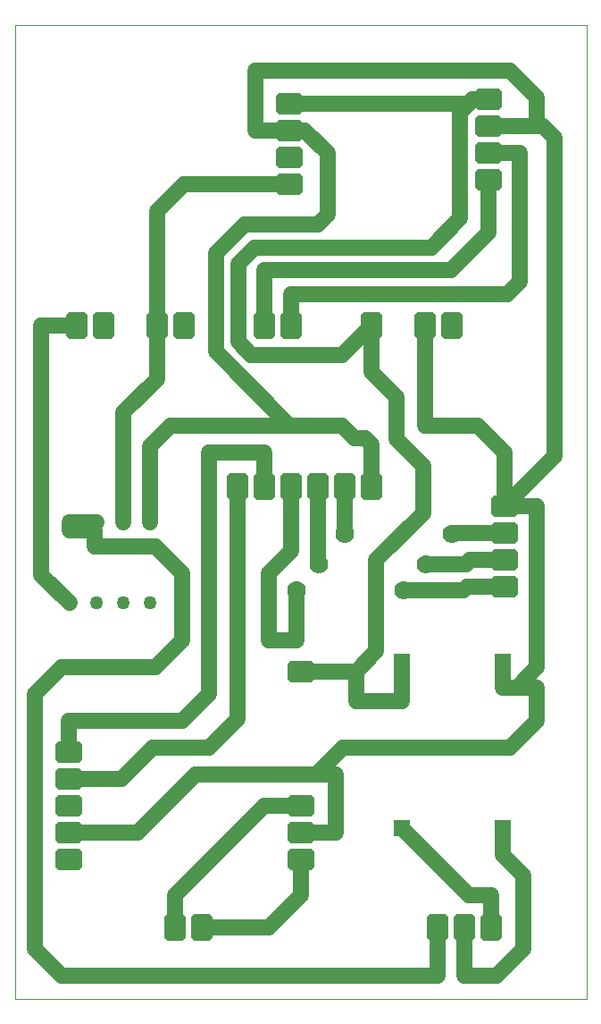
<source format=gbr>
G04 PROTEUS GERBER X2 FILE*
%TF.GenerationSoftware,Labcenter,Proteus,8.15-SP1-Build34318*%
%TF.CreationDate,2024-01-08T11:51:49+00:00*%
%TF.FileFunction,Copper,L1,Bot*%
%TF.FilePolarity,Positive*%
%TF.Part,Single*%
%TF.SameCoordinates,{48404f31-340f-4c03-a89b-c5ec1aaa3b79}*%
%FSLAX45Y45*%
%MOMM*%
G01*
%TA.AperFunction,Conductor*%
%ADD10C,1.524000*%
%AMDIL001*
4,1,8,
-1.270000,0.711200,-0.965200,1.016000,0.965200,1.016000,1.270000,0.711200,1.270000,-0.711200,
0.965200,-1.016000,-0.965200,-1.016000,-1.270000,-0.711200,-1.270000,0.711200,
0*%
%TA.AperFunction,ComponentPad*%
%ADD11DIL001*%
%AMDIL002*
4,1,8,
-1.016000,0.965200,-0.711200,1.270000,0.711200,1.270000,1.016000,0.965200,1.016000,-0.965200,
0.711200,-1.270000,-0.711200,-1.270000,-1.016000,-0.965200,-1.016000,0.965200,
0*%
%TA.AperFunction,ComponentPad*%
%ADD12DIL002*%
%TA.AperFunction,ComponentPad*%
%ADD13C,1.778000*%
%TA.AperFunction,ComponentPad*%
%ADD14R,1.270000X1.270000*%
%ADD15C,1.270000*%
%TA.AperFunction,ComponentPad*%
%ADD16R,1.524000X1.524000*%
%TA.AperFunction,Profile*%
%ADD17C,0.101600*%
%TD.AperFunction*%
D10*
X-994000Y+4370000D02*
X-984000Y+4380000D01*
X-500000Y+4380000D01*
X-500000Y+4126000D02*
X-825500Y+4126000D01*
X-861500Y+4090000D01*
X-1244000Y+4090000D01*
X-1454000Y+3840000D02*
X-889000Y+3840000D01*
X-857000Y+3872000D01*
X-500000Y+3872000D01*
X-3792000Y+6344000D02*
X-3792000Y+7429500D01*
X-3533500Y+7688000D01*
X-2540000Y+7688000D01*
X-3792000Y+6344000D02*
X-3792000Y+5842000D01*
X-4112000Y+5522000D01*
X-4112000Y+4480000D01*
X-4556000Y+6344000D02*
X-4889500Y+6344000D01*
X-4889500Y+3987500D01*
X-4620000Y+3718000D01*
X-2010000Y+4370000D02*
X-2014000Y+4374000D01*
X-2014000Y+4820000D01*
X-2260000Y+4090000D02*
X-2268000Y+4098000D01*
X-2268000Y+4820000D01*
X-2470000Y+3840000D02*
X-2470000Y+3365500D01*
X-2730500Y+3365500D01*
X-2730500Y+4000500D01*
X-2522000Y+4209000D01*
X-2522000Y+4820000D01*
X-2776000Y+4820000D02*
X-2776000Y+5143500D01*
X-3302000Y+5143500D01*
X-3302000Y+2857500D01*
X-3556000Y+2603500D01*
X-4630000Y+2603500D01*
X-4630000Y+2308000D01*
X-4630000Y+2054000D02*
X-4127500Y+2054000D01*
X-3832000Y+2349500D01*
X-3302000Y+2349500D01*
X-3030000Y+2621500D01*
X-3030000Y+4820000D01*
X-500000Y+4634000D02*
X-500000Y+5143500D01*
X-754000Y+5397500D01*
X-1252000Y+5397500D01*
X-1252000Y+6344000D01*
X-500000Y+4634000D02*
X-190500Y+4634000D01*
X-190500Y+3111500D01*
X-381000Y+2921000D01*
X-2857500Y+8196000D02*
X-2540000Y+8196000D01*
X-3858000Y+5207000D02*
X-3667500Y+5397500D01*
X-3302000Y+5397500D01*
X-3858000Y+5207000D02*
X-3858000Y+4480000D01*
X-2286000Y+2095500D02*
X-2032000Y+2349500D01*
X-444500Y+2349500D01*
X-190500Y+2603500D01*
X-190500Y+2921000D01*
X-381000Y+2921000D01*
X-2286000Y+2095500D02*
X-3429000Y+2095500D01*
X-3978500Y+1546000D01*
X-4630000Y+1546000D01*
X-2286000Y+2095500D02*
X-2095500Y+2095500D01*
X-2095500Y+1546000D01*
X-2430000Y+1546000D01*
X-381000Y+2921000D02*
X-510000Y+2921000D01*
X-510000Y+3160000D01*
X-510000Y+1590000D02*
X-510000Y+1333500D01*
X-317500Y+1141000D01*
X-317500Y+444500D01*
X-571500Y+190500D01*
X-874000Y+190500D01*
X-874000Y+650000D01*
X-3620000Y+650000D02*
X-3620000Y+952000D01*
X-2772000Y+1800000D01*
X-2430000Y+1800000D01*
X-2430000Y+1292000D02*
X-2430000Y+952500D01*
X-2732500Y+650000D01*
X-3366000Y+650000D01*
X-4620000Y+4480000D02*
X-4620000Y+4403799D01*
X-4381500Y+4403799D01*
X-4381500Y+4254500D01*
X-3810000Y+4254500D01*
X-3556000Y+4000500D01*
X-3556000Y+3365500D01*
X-3810000Y+3111500D01*
X-4699000Y+3111500D01*
X-4953000Y+2857500D01*
X-4953000Y+444500D01*
X-4699000Y+190500D01*
X-1128000Y+190500D01*
X-1128000Y+650000D01*
X-4620000Y+4480000D02*
X-4366000Y+4480000D01*
X-1905000Y+3070000D02*
X-1714500Y+3260500D01*
X-1714500Y+4127500D01*
X-1270000Y+4572000D01*
X-1270000Y+5016500D01*
X-1524000Y+5270500D01*
X-1524000Y+5669500D01*
X-1760000Y+5905500D01*
X-1760000Y+6344000D02*
X-1760000Y+5905500D01*
X-1905000Y+3070000D02*
X-1905000Y+2794000D01*
X-1470000Y+2794000D01*
X-1470000Y+3160000D01*
X-1905000Y+3070000D02*
X-1968500Y+3070000D01*
X-1968500Y+3069999D01*
X-2430000Y+3069999D01*
X-2430000Y+3070000D01*
X-1470000Y+1590000D02*
X-832500Y+952500D01*
X-620000Y+952500D01*
X-620000Y+650000D01*
X-2857500Y+8196000D02*
X-2857500Y+8763000D01*
X-444500Y+8763000D01*
X-190500Y+8509000D01*
X-190500Y+8236000D01*
X-650000Y+8236000D01*
X-2776000Y+6344000D02*
X-2776000Y+6870000D01*
X-1004000Y+6870000D01*
X-650000Y+7224000D01*
X-650000Y+7728000D01*
X-2540000Y+8450000D02*
X-837873Y+8450000D01*
X-810666Y+8477207D01*
X-797873Y+8490000D01*
X-650000Y+8490000D01*
X-662793Y+8477207D01*
X-810666Y+8477207D01*
X-837873Y+8450000D02*
X-916654Y+8371219D01*
X-916654Y+7363346D01*
X-920000Y+7360000D01*
X-1194184Y+7085816D01*
X-1195282Y+7085816D01*
X-2865427Y+7085816D01*
X-3019273Y+6931970D01*
X-3019273Y+6190206D01*
X-2899067Y+6070000D01*
X-2034000Y+6070000D01*
X-1760000Y+6344000D01*
X-3302000Y+5397500D02*
X-2534921Y+5397500D01*
X-2540000Y+8196000D02*
X-2390994Y+8196000D01*
X-2172607Y+7977613D01*
X-2172607Y+7397393D01*
X-2268311Y+7301689D01*
X-2963511Y+7301689D01*
X-3235080Y+7030120D01*
X-3235080Y+6097659D01*
X-2534921Y+5397500D01*
X-2037500Y+5397500D01*
X-1920000Y+5280000D01*
X-1822031Y+5280000D01*
X-1760000Y+5217969D01*
X-1760000Y+4820000D01*
X-650000Y+7982000D02*
X-350000Y+7982000D01*
X-350000Y+6762000D01*
X-472000Y+6640000D01*
X-2522000Y+6640000D01*
X-2522000Y+6344000D01*
X-190500Y+8236000D02*
X-129549Y+8236000D01*
X-20000Y+8126451D01*
X-20000Y+5114000D01*
X-500000Y+4634000D01*
D11*
X-650000Y+8490000D03*
X-650000Y+8236000D03*
X-650000Y+7982000D03*
X-650000Y+7728000D03*
X-2540000Y+8450000D03*
X-2540000Y+8196000D03*
X-2540000Y+7942000D03*
X-2540000Y+7688000D03*
D12*
X-1760000Y+4820000D03*
X-2014000Y+4820000D03*
X-2268000Y+4820000D03*
X-2522000Y+4820000D03*
X-2776000Y+4820000D03*
X-3030000Y+4820000D03*
X-4556000Y+6344000D03*
X-4300000Y+6344000D03*
X-3792000Y+6344000D03*
X-3538000Y+6344000D03*
X-2776000Y+6344000D03*
X-2522000Y+6344000D03*
X-1760000Y+6344000D03*
X-1252000Y+6344000D03*
X-998000Y+6344000D03*
D11*
X-500000Y+4634000D03*
X-500000Y+4380000D03*
X-500000Y+4126000D03*
X-500000Y+3872000D03*
D13*
X-2010000Y+4370000D03*
X-994000Y+4370000D03*
X-2260000Y+4090000D03*
X-1244000Y+4090000D03*
X-2470000Y+3840000D03*
X-1454000Y+3840000D03*
D14*
X-4620000Y+4480000D03*
D15*
X-4366000Y+4480000D03*
X-4112000Y+4480000D03*
X-3858000Y+4480000D03*
X-3858000Y+3718000D03*
X-4112000Y+3718000D03*
X-4366000Y+3718000D03*
X-4620000Y+3718000D03*
D16*
X-1470000Y+1590000D03*
X-510000Y+1590000D03*
X-510000Y+3160000D03*
X-1470000Y+3160000D03*
D11*
X-2430000Y+3070000D03*
X-2430000Y+1800000D03*
X-2430000Y+1546000D03*
X-2430000Y+1292000D03*
X-4630000Y+1292000D03*
X-4630000Y+1546000D03*
X-4630000Y+1800000D03*
X-4630000Y+2054000D03*
X-4630000Y+2308000D03*
D12*
X-620000Y+650000D03*
X-874000Y+650000D03*
X-1128000Y+650000D03*
X-3620000Y+650000D03*
X-3366000Y+650000D03*
D17*
X-5140000Y-30000D02*
X+280000Y-30000D01*
X+280000Y+9190000D01*
X-5140000Y+9190000D01*
X-5140000Y-30000D01*
M02*

</source>
